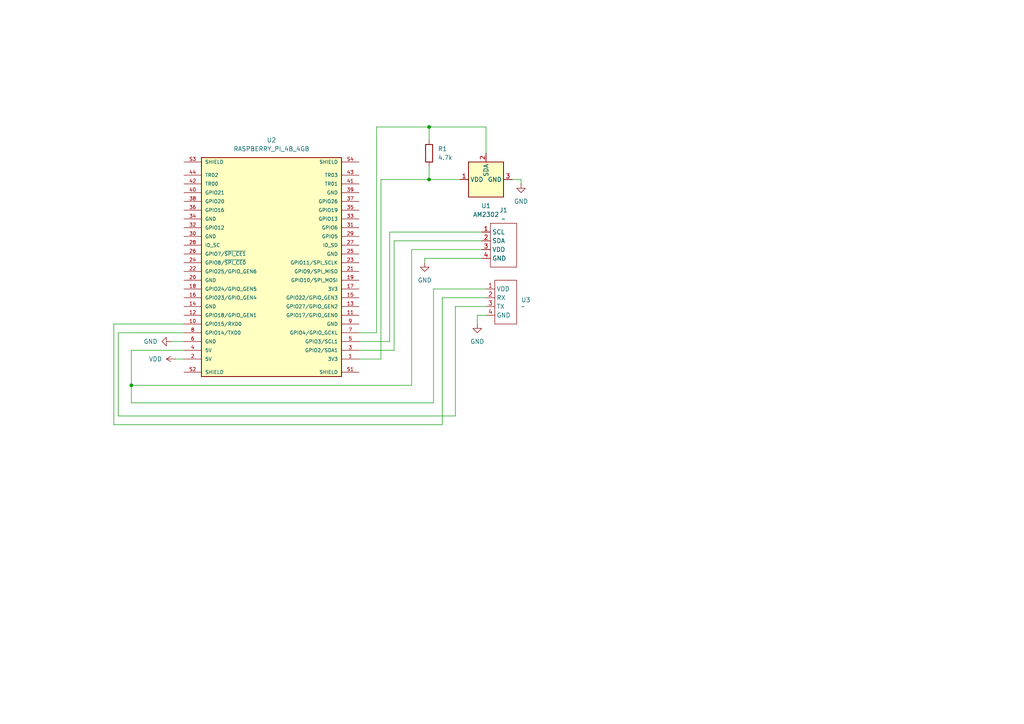
<source format=kicad_sch>
(kicad_sch (version 20231120) (generator "eeschema") (generator_version "8.0")
  (paper "A4")
  (lib_symbols
    (symbol "Device:R" (pin_numbers hide) (pin_names (offset 0))
      (property "Reference" "R" (at 2.032 0 90))
      (property "Value" "R" (at 0 0 90))
      (symbol "R_0_1"
        (rectangle (start -1.016 -2.54) (end 1.016 2.54) (stroke (width 0.254)))
      )
      (symbol "R_1_1"
        (pin passive line (at 0 3.81 270) (length 1.27) (name "~") (number "1"))
        (pin passive line (at 0 -3.81 90) (length 1.27) (name "~") (number "2"))
      )
    )
    (symbol "JST-PH-4-Pin:JST_PH_4_Pin"
      (property "Reference" "J1" (at -2.794 6.096 0))
      (symbol "JST_PH_4_Pin_0_1"
        (rectangle (start -3.81 5.08) (end 3.81 -7.62))
      )
      (symbol "JST_PH_4_Pin_1_1"
        (pin bidirectional line (at 6.35 2.54 180) (length 2.54) (name "SCL") (number "1"))
        (pin bidirectional line (at 6.35 0 180) (length 2.54) (name "SDA") (number "2"))
        (pin power_in line (at 6.35 -2.54 180) (length 2.54) (name "VDD") (number "3"))
        (pin power_in line (at 6.35 -5.08 180) (length 2.54) (name "GND") (number "4"))
      )
    )
    (symbol "NEO-6M-Module:Neo-6M"
      (property "Reference" "U3" (at -1.27 3.556 0))
      (symbol "Neo-6M_0_1"
        (rectangle (start -2.54 2.54) (end 3.81 -10.16))
      )
      (symbol "Neo-6M_1_1"
        (pin power_in line (at 6.35 0 180) (length 2.54) (name "VDD") (number "1"))
        (pin input line (at 6.35 -2.54 180) (length 2.54) (name "RX") (number "2"))
        (pin output line (at 6.35 -5.08 180) (length 2.54) (name "TX") (number "3"))
        (pin power_in line (at 6.35 -7.62 180) (length 2.54) (name "GND") (number "4"))
      )
    )
    (symbol "RASPBERRY_PI_4B_4GB:RASPBERRY_PI_4B_4GB" (pin_names (offset 1.016))
      (property "Reference" "U" (at -20.32 33.528 0))
      (property "Value" "RASPBERRY_PI_4B_4GB" (at -20.32 -33.02 0))
      (symbol "RASPBERRY_PI_4B_4GB_0_0"
        (rectangle (start -20.32 33.02) (end 20.32 -30.48) (stroke (width 0.254)) (fill (type background)))
        (pin power_in line (at -25.4 27.94 0) (length 5.08) (name "3V3") (number "1"))
        (pin bidirectional line (at 25.4 17.78 180) (length 5.08) (name "GPIO15/RXD0") (number "10"))
        (pin bidirectional line (at -25.4 15.24 0) (length 5.08) (name "GPIO17/GPIO_GEN0") (number "11"))
        (pin bidirectional line (at 25.4 15.24 180) (length 5.08) (name "GPIO18/GPIO_GEN1") (number "12"))
        (pin bidirectional line (at -25.4 12.7 0) (length 5.08) (name "GPIO27/GPIO_GEN2") (number "13"))
        (pin power_in line (at 25.4 12.7 180) (length 5.08) (name "GND") (number "14"))
        (pin bidirectional line (at -25.4 10.16 0) (length 5.08) (name "GPIO22/GPIO_GEN3") (number "15"))
        (pin bidirectional line (at 25.4 10.16 180) (length 5.08) (name "GPIO23/GPIO_GEN4") (number "16"))
        (pin power_in line (at -25.4 7.62 0) (length 5.08) (name "3V3") (number "17"))
        (pin bidirectional line (at 25.4 7.62 180) (length 5.08) (name "GPIO24/GPIO_GEN5") (number "18"))
        (pin bidirectional line (at -25.4 5.08 0) (length 5.08) (name "GPIO10/SPI_MOSI") (number "19"))
        (pin power_in line (at 25.4 27.94 180) (length 5.08) (name "5V") (number "2"))
        (pin power_in line (at 25.4 5.08 180) (length 5.08) (name "GND") (number "20"))
        (pin bidirectional line (at -25.4 2.54 0) (length 5.08) (name "GPIO9/SPI_MISO") (number "21"))
        (pin bidirectional line (at 25.4 2.54 180) (length 5.08) (name "GPIO25/GPIO_GEN6") (number "22"))
        (pin bidirectional line (at -25.4 0 0) (length 5.08) (name "GPIO11/SPI_SCLK") (number "23"))
        (pin bidirectional line (at 25.4 0 180) (length 5.08) (name "GPIO8/~{SPI_CE0}") (number "24"))
        (pin power_in line (at -25.4 -2.54 0) (length 5.08) (name "GND") (number "25"))
        (pin bidirectional line (at 25.4 -2.54 180) (length 5.08) (name "GPIO7/~{SPI_CE1}") (number "26"))
        (pin bidirectional line (at -25.4 -5.08 0) (length 5.08) (name "ID_SD") (number "27"))
        (pin bidirectional line (at 25.4 -5.08 180) (length 5.08) (name "ID_SC") (number "28"))
        (pin bidirectional line (at -25.4 -7.62 0) (length 5.08) (name "GPIO5") (number "29"))
        (pin bidirectional line (at -25.4 25.4 0) (length 5.08) (name "GPIO2/SDA1") (number "3"))
        (pin power_in line (at 25.4 -7.62 180) (length 5.08) (name "GND") (number "30"))
        (pin bidirectional line (at -25.4 -10.16 0) (length 5.08) (name "GPIO6") (number "31"))
        (pin bidirectional line (at 25.4 -10.16 180) (length 5.08) (name "GPIO12") (number "32"))
        (pin bidirectional line (at -25.4 -12.7 0) (length 5.08) (name "GPIO13") (number "33"))
        (pin power_in line (at 25.4 -12.7 180) (length 5.08) (name "GND") (number "34"))
        (pin bidirectional line (at -25.4 -15.24 0) (length 5.08) (name "GPIO19") (number "35"))
        (pin bidirectional line (at 25.4 -15.24 180) (length 5.08) (name "GPIO16") (number "36"))
        (pin bidirectional line (at -25.4 -17.78 0) (length 5.08) (name "GPIO26") (number "37"))
        (pin bidirectional line (at 25.4 -17.78 180) (length 5.08) (name "GPIO20") (number "38"))
        (pin power_in line (at -25.4 -20.32 0) (length 5.08) (name "GND") (number "39"))
        (pin power_in line (at 25.4 25.4 180) (length 5.08) (name "5V") (number "4"))
        (pin bidirectional line (at 25.4 -20.32 180) (length 5.08) (name "GPIO21") (number "40"))
        (pin bidirectional line (at -25.4 -22.86 0) (length 5.08) (name "TR01") (number "41"))
        (pin bidirectional line (at 25.4 -22.86 180) (length 5.08) (name "TR00") (number "42"))
        (pin bidirectional line (at -25.4 -25.4 0) (length 5.08) (name "TR03") (number "43"))
        (pin bidirectional line (at 25.4 -25.4 180) (length 5.08) (name "TR02") (number "44"))
        (pin bidirectional line (at -25.4 22.86 0) (length 5.08) (name "GPIO3/SCL1") (number "5"))
        (pin power_in line (at 25.4 22.86 180) (length 5.08) (name "GND") (number "6"))
        (pin bidirectional line (at -25.4 20.32 0) (length 5.08) (name "GPIO4/GPIO_GCKL") (number "7"))
        (pin bidirectional line (at 25.4 20.32 180) (length 5.08) (name "GPIO14/TXD0") (number "8"))
        (pin power_in line (at -25.4 17.78 0) (length 5.08) (name "GND") (number "9"))
        (pin power_in line (at -25.4 31.75 0) (length 5.08) (name "SHIELD") (number "S1"))
        (pin power_in line (at 25.4 31.75 180) (length 5.08) (name "SHIELD") (number "S2"))
        (pin power_in line (at 25.4 -29.21 180) (length 5.08) (name "SHIELD") (number "S3"))
        (pin power_in line (at -25.4 -29.21 0) (length 5.08) (name "SHIELD") (number "S4"))
      )
    )
    (symbol "Sensor:AM2302"
      (property "Reference" "U" (at -3.81 6.35 0))
      (property "Value" "AM2302" (at 3.81 6.35 0))
      (symbol "AM2302_0_1"
        (rectangle (start -5.08 5.08) (end 5.08 -5.08) (stroke (width 0.254)) (fill (type background)))
      )
      (symbol "AM2302_1_1"
        (pin power_in line (at 0 7.62 270) (length 2.54) (name "VDD") (number "1"))
        (pin bidirectional line (at 7.62 0 180) (length 2.54) (name "SDA") (number "2"))
        (pin power_in line (at 0 -7.62 90) (length 2.54) (name "GND") (number "3"))
        (pin passive line (at 0 -7.62 90) (length 2.54) hide (name "GND") (number "4"))
      )
    )
    (symbol "power:GND" (power) (pin_numbers hide) (pin_names (offset 0) hide)
      (property "Value" "GND" (at 0 -3.81 0))
      (symbol "GND_0_1"
        (polyline (pts (xy 0 0) (xy 0 -1.27) (xy 1.27 -1.27) (xy 0 -2.54) (xy -1.27 -1.27) (xy 0 -1.27)))
      )
      (symbol "GND_1_1"
        (pin power_in line (at 0 0 270) (length 0) (name "~") (number "1"))
      )
    )
    (symbol "power:VDD" (power) (pin_numbers hide) (pin_names (offset 0) hide)
      (property "Value" "VDD" (at 0 3.556 0))
      (symbol "VDD_0_1"
        (polyline (pts (xy -0.762 1.27) (xy 0 2.54)))
        (polyline (pts (xy 0 0) (xy 0 2.54)))
        (polyline (pts (xy 0 2.54) (xy 0.762 1.27)))
      )
      (symbol "VDD_1_1"
        (pin power_in line (at 0 0 90) (length 0) (name "~") (number "1"))
      )
    )
  )
  (junction (at 124.46 52.07))
  (junction (at 38.1 111.76))
  (junction (at 124.46 36.83))
  (wire (pts (xy 113.03 67.31) (xy 113.03 99.06)))
  (wire (pts (xy 140.97 36.83) (xy 140.97 44.45)))
  (wire (pts (xy 49.53 99.06) (xy 53.34 99.06)))
  (wire (pts (xy 124.46 36.83) (xy 140.97 36.83)))
  (wire (pts (xy 38.1 116.84) (xy 125.73 116.84)))
  (wire (pts (xy 139.7 69.85) (xy 114.3 69.85)))
  (wire (pts (xy 128.27 123.19) (xy 128.27 86.36)))
  (wire (pts (xy 140.97 91.44) (xy 138.43 91.44)))
  (wire (pts (xy 151.13 52.07) (xy 151.13 53.34)))
  (wire (pts (xy 138.43 91.44) (xy 138.43 93.98)))
  (wire (pts (xy 139.7 72.39) (xy 119.38 72.39)))
  (wire (pts (xy 38.1 111.76) (xy 38.1 101.6)))
  (wire (pts (xy 109.22 96.52) (xy 104.14 96.52)))
  (wire (pts (xy 33.02 123.19) (xy 33.02 93.98)))
  (wire (pts (xy 109.22 36.83) (xy 124.46 36.83)))
  (wire (pts (xy 109.22 36.83) (xy 109.22 96.52)))
  (wire (pts (xy 128.27 86.36) (xy 140.97 86.36)))
  (wire (pts (xy 114.3 69.85) (xy 114.3 101.6)))
  (wire (pts (xy 139.7 67.31) (xy 113.03 67.31)))
  (wire (pts (xy 124.46 52.07) (xy 133.35 52.07)))
  (wire (pts (xy 34.29 120.65) (xy 132.08 120.65)))
  (wire (pts (xy 34.29 96.52) (xy 53.34 96.52)))
  (wire (pts (xy 125.73 116.84) (xy 125.73 83.82)))
  (wire (pts (xy 113.03 99.06) (xy 104.14 99.06)))
  (wire (pts (xy 33.02 93.98) (xy 53.34 93.98)))
  (wire (pts (xy 124.46 48.26) (xy 124.46 52.07)))
  (wire (pts (xy 132.08 88.9) (xy 140.97 88.9)))
  (wire (pts (xy 119.38 72.39) (xy 119.38 111.76)))
  (wire (pts (xy 110.49 52.07) (xy 110.49 104.14)))
  (wire (pts (xy 125.73 83.82) (xy 140.97 83.82)))
  (wire (pts (xy 132.08 120.65) (xy 132.08 88.9)))
  (wire (pts (xy 34.29 120.65) (xy 34.29 96.52)))
  (wire (pts (xy 38.1 116.84) (xy 38.1 111.76)))
  (wire (pts (xy 139.7 74.93) (xy 123.19 74.93)))
  (wire (pts (xy 119.38 111.76) (xy 38.1 111.76)))
  (wire (pts (xy 110.49 52.07) (xy 124.46 52.07)))
  (wire (pts (xy 124.46 36.83) (xy 124.46 40.64)))
  (wire (pts (xy 50.8 104.14) (xy 53.34 104.14)))
  (wire (pts (xy 110.49 104.14) (xy 104.14 104.14)))
  (wire (pts (xy 123.19 74.93) (xy 123.19 76.2)))
  (wire (pts (xy 38.1 101.6) (xy 53.34 101.6)))
  (wire (pts (xy 33.02 123.19) (xy 128.27 123.19)))
  (wire (pts (xy 148.59 52.07) (xy 151.13 52.07)))
  (wire (pts (xy 114.3 101.6) (xy 104.14 101.6)))
  (symbol (lib_id "power:GND") (at 138.43 93.98 0) (unit 1)
    (property "Reference" "#PWR02" (effects (hide yes)))
    (property "Value" "GND" (at 138.43 99.06 0))
    (property "Description" "Power symbol creates a global label with name \"GND\" , ground" (effects (hide yes)))
  )
  (symbol (lib_id "Sensor:AM2302") (at 140.97 52.07 90) (unit 1)
    (property "Reference" "U1" (at 140.97 59.69 90))
    (property "Value" "AM2302" (at 140.97 62.23 90))
    (property "Footprint" "Sensor:ASAIR_AM2302_P2.54mm_Vertical" (effects (hide yes)))
    (property "Datasheet" "http://akizukidenshi.com/download/ds/aosong/AM2302.pdf" (effects (hide yes)))
    (property "Description" "3.3 to 5.0V, Temperature and humidity module,  DHT22, AM2302" (effects (hide yes)))
  )
  (symbol (lib_id "NEO-6M-Module:Neo-6M") (at 147.32 83.82 0) (mirror y) (unit 1)
    (property "Reference" "U3" (at 151.13 86.9949 0) (effects (justify right)))
    (property "Value" "~" (at 151.13 88.9 0) (effects (justify right)))
    (property "Footprint" "SmartGarden:neo-6m-module" (effects (hide yes)))
  )
  (symbol (lib_id "power:VDD") (at 50.8 104.14 90) (unit 1)
    (property "Reference" "#PWR01" (effects (hide yes)))
    (property "Value" "VDD" (at 46.99 104.1399 90) (effects (justify left)))
    (property "Description" "Power symbol creates a global label with name \"VDD\"" (effects (hide yes)))
  )
  (symbol (lib_id "power:GND") (at 151.13 53.34 0) (unit 1)
    (property "Reference" "#PWR05" (effects (hide yes)))
    (property "Value" "GND" (at 151.13 58.42 0))
    (property "Description" "Power symbol creates a global label with name \"GND\" , ground" (effects (hide yes)))
  )
  (symbol (lib_id "Device:R") (at 124.46 44.45 180) (unit 1)
    (property "Reference" "R1" (at 127 43.1799 0) (effects (justify right)))
    (property "Value" "4.7k" (at 127 45.7199 0) (effects (justify right)))
    (property "Footprint" "Resistor_THT:R_Axial_DIN0207_L6.3mm_D2.5mm_P7.62mm_Horizontal" (effects (hide yes)))
    (property "Description" "Resistor" (effects (hide yes)))
  )
  (symbol (lib_id "power:GND") (at 123.19 76.2 0) (unit 1)
    (property "Reference" "#PWR04" (effects (hide yes)))
    (property "Value" "GND" (at 123.19 81.28 0))
    (property "Description" "Power symbol creates a global label with name \"GND\" , ground" (effects (hide yes)))
  )
  (symbol (lib_id "JST-PH-4-Pin:JST_PH_4_Pin") (at 146.05 69.85 0) (mirror y) (unit 1)
    (property "Reference" "J1" (at 146.05 60.96 0))
    (property "Value" "~" (at 146.05 63.5 0))
    (property "Footprint" "SmartGarden:4-pinMaleSocket" (effects (hide yes)))
  )
  (symbol (lib_id "power:GND") (at 49.53 99.06 270) (unit 1)
    (property "Reference" "#PWR03" (effects (hide yes)))
    (property "Value" "GND" (at 45.72 99.0599 90) (effects (justify right)))
    (property "Description" "Power symbol creates a global label with name \"GND\" , ground" (effects (hide yes)))
  )
  (symbol (lib_id "RASPBERRY_PI_4B_4GB:RASPBERRY_PI_4B_4GB") (at 78.74 76.2 180) (unit 1)
    (property "Reference" "U2" (at 78.74 40.64 0))
    (property "Value" "RASPBERRY_PI_4B_4GB" (at 78.74 43.18 0))
    (property "Footprint" "SmartGarden:MODULE_RASPBERRY_PI_4B_4GB" (effects (hide yes)))
    (property "MF" "Raspberry Pi" (effects (hide yes)))
    (property "MAXIMUM_PACKAGE_HEIGHT" "16 mm" (effects (hide yes)))
    (property "Package" "None" (effects (hide yes)))
    (property "Price" "None" (effects (hide yes)))
    (property "Check_prices" "https://www.snapeda.com/parts/RASPBERRY%20PI%204B/4GB/Raspberry+Pi/view-part/?ref=eda" (effects (hide yes)))
    (property "STANDARD" "Manufacturer Recommendations" (effects (hide yes)))
    (property "PARTREV" "4" (effects (hide yes)))
    (property "SnapEDA_Link" "https://www.snapeda.com/parts/RASPBERRY%20PI%204B/4GB/Raspberry+Pi/view-part/?ref=snap" (effects (hide yes)))
    (property "MP" "RASPBERRY PI 4B/4GB" (effects (hide yes)))
    (property "Description_1" "\n                        \n                            BCM2711 Raspberry Pi 4 Model B 4GB - ARM® Cortex®-A72 MPU Embedded Evaluation Board\n                        \n" (effects (hide yes)))
    (property "MANUFACTURER" "Raspberry Pi" (effects (hide yes)))
    (property "Availability" "In Stock" (effects (hide yes)))
    (property "SNAPEDA_PN" "RASPBERRY PI 4B/4GB" (effects (hide yes)))
  )
)
</source>
